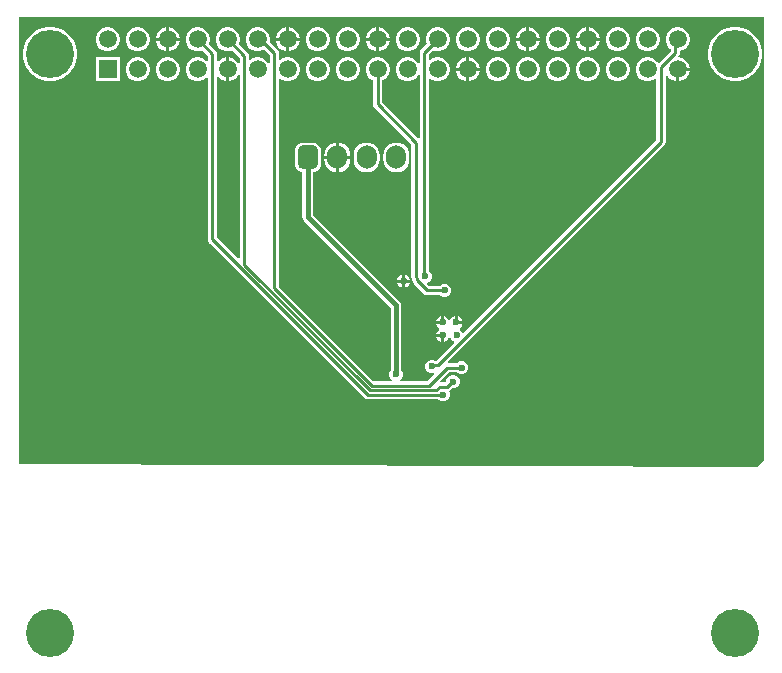
<source format=gbl>
G04*
G04 #@! TF.GenerationSoftware,Altium Limited,Altium Designer,21.2.0 (30)*
G04*
G04 Layer_Physical_Order=2*
G04 Layer_Color=16711680*
%FSLAX25Y25*%
%MOIN*%
G70*
G04*
G04 #@! TF.SameCoordinates,14206FE4-1D31-4024-8575-2447F3C89696*
G04*
G04*
G04 #@! TF.FilePolarity,Positive*
G04*
G01*
G75*
%ADD13C,0.01000*%
%ADD46C,0.01500*%
%ADD48C,0.05906*%
%ADD49R,0.05906X0.05906*%
%ADD50C,0.16000*%
%ADD51O,0.06693X0.07874*%
G04:AMPARAMS|DCode=52|XSize=66.93mil|YSize=78.74mil|CornerRadius=16.73mil|HoleSize=0mil|Usage=FLASHONLY|Rotation=0.000|XOffset=0mil|YOffset=0mil|HoleType=Round|Shape=RoundedRectangle|*
%AMROUNDEDRECTD52*
21,1,0.06693,0.04528,0,0,0.0*
21,1,0.03347,0.07874,0,0,0.0*
1,1,0.03346,0.01673,-0.02264*
1,1,0.03346,-0.01673,-0.02264*
1,1,0.03346,-0.01673,0.02264*
1,1,0.03346,0.01673,0.02264*
%
%ADD52ROUNDEDRECTD52*%
%ADD53C,0.02362*%
G36*
X3800Y217900D02*
X251400D01*
Y70300D01*
X249000Y67900D01*
X3000Y69000D01*
Y217900D01*
X3400Y218300D01*
X3800Y217900D01*
D02*
G37*
%LPC*%
G36*
X193194Y214453D02*
X193173D01*
Y211000D01*
X196626D01*
Y211020D01*
X196357Y212026D01*
X195836Y212927D01*
X195100Y213663D01*
X194199Y214183D01*
X193194Y214453D01*
D02*
G37*
G36*
X192173D02*
X192153D01*
X191147Y214183D01*
X190246Y213663D01*
X189510Y212927D01*
X188990Y212026D01*
X188721Y211020D01*
Y211000D01*
X192173D01*
Y214453D01*
D02*
G37*
G36*
X173194D02*
X173173D01*
Y211000D01*
X176626D01*
Y211020D01*
X176357Y212026D01*
X175836Y212927D01*
X175100Y213663D01*
X174199Y214183D01*
X173194Y214453D01*
D02*
G37*
G36*
X172173D02*
X172153D01*
X171148Y214183D01*
X170246Y213663D01*
X169510Y212927D01*
X168990Y212026D01*
X168720Y211020D01*
Y211000D01*
X172173D01*
Y214453D01*
D02*
G37*
G36*
X123194D02*
X123173D01*
Y211000D01*
X126626D01*
Y211020D01*
X126357Y212026D01*
X125836Y212927D01*
X125100Y213663D01*
X124199Y214183D01*
X123194Y214453D01*
D02*
G37*
G36*
X122173D02*
X122153D01*
X121148Y214183D01*
X120246Y213663D01*
X119510Y212927D01*
X118990Y212026D01*
X118720Y211020D01*
Y211000D01*
X122173D01*
Y214453D01*
D02*
G37*
G36*
X93194D02*
X93173D01*
Y211000D01*
X96626D01*
Y211020D01*
X96357Y212026D01*
X95836Y212927D01*
X95100Y213663D01*
X94199Y214183D01*
X93194Y214453D01*
D02*
G37*
G36*
X92173D02*
X92153D01*
X91148Y214183D01*
X90246Y213663D01*
X89510Y212927D01*
X88990Y212026D01*
X88721Y211020D01*
Y211000D01*
X92173D01*
Y214453D01*
D02*
G37*
G36*
X53194D02*
X53173D01*
Y211000D01*
X56626D01*
Y211020D01*
X56357Y212026D01*
X55836Y212927D01*
X55100Y213663D01*
X54199Y214183D01*
X53194Y214453D01*
D02*
G37*
G36*
X52173D02*
X52153D01*
X51148Y214183D01*
X50246Y213663D01*
X49510Y212927D01*
X48990Y212026D01*
X48720Y211020D01*
Y211000D01*
X52173D01*
Y214453D01*
D02*
G37*
G36*
X213194D02*
X212153D01*
X211147Y214183D01*
X210246Y213663D01*
X209510Y212927D01*
X208990Y212026D01*
X208720Y211020D01*
Y209980D01*
X208990Y208974D01*
X209510Y208073D01*
X210246Y207337D01*
X211147Y206817D01*
X212153Y206547D01*
X213194D01*
X214199Y206817D01*
X215100Y207337D01*
X215836Y208073D01*
X216357Y208974D01*
X216626Y209980D01*
Y211020D01*
X216357Y212026D01*
X215836Y212927D01*
X215100Y213663D01*
X214199Y214183D01*
X213194Y214453D01*
D02*
G37*
G36*
X203194D02*
X202153D01*
X201148Y214183D01*
X200246Y213663D01*
X199510Y212927D01*
X198990Y212026D01*
X198721Y211020D01*
Y209980D01*
X198990Y208974D01*
X199510Y208073D01*
X200246Y207337D01*
X201148Y206817D01*
X202153Y206547D01*
X203194D01*
X204199Y206817D01*
X205100Y207337D01*
X205836Y208073D01*
X206357Y208974D01*
X206626Y209980D01*
Y211020D01*
X206357Y212026D01*
X205836Y212927D01*
X205100Y213663D01*
X204199Y214183D01*
X203194Y214453D01*
D02*
G37*
G36*
X196626Y210000D02*
X193173D01*
Y206547D01*
X193194D01*
X194199Y206817D01*
X195100Y207337D01*
X195836Y208073D01*
X196357Y208974D01*
X196626Y209980D01*
Y210000D01*
D02*
G37*
G36*
X192173D02*
X188721D01*
Y209980D01*
X188990Y208974D01*
X189510Y208073D01*
X190246Y207337D01*
X191147Y206817D01*
X192153Y206547D01*
X192173D01*
Y210000D01*
D02*
G37*
G36*
X183194Y214453D02*
X182153D01*
X181148Y214183D01*
X180246Y213663D01*
X179510Y212927D01*
X178990Y212026D01*
X178720Y211020D01*
Y209980D01*
X178990Y208974D01*
X179510Y208073D01*
X180246Y207337D01*
X181148Y206817D01*
X182153Y206547D01*
X183194D01*
X184199Y206817D01*
X185100Y207337D01*
X185836Y208073D01*
X186357Y208974D01*
X186626Y209980D01*
Y211020D01*
X186357Y212026D01*
X185836Y212927D01*
X185100Y213663D01*
X184199Y214183D01*
X183194Y214453D01*
D02*
G37*
G36*
X176626Y210000D02*
X173173D01*
Y206547D01*
X173194D01*
X174199Y206817D01*
X175100Y207337D01*
X175836Y208073D01*
X176357Y208974D01*
X176626Y209980D01*
Y210000D01*
D02*
G37*
G36*
X172173D02*
X168720D01*
Y209980D01*
X168990Y208974D01*
X169510Y208073D01*
X170246Y207337D01*
X171148Y206817D01*
X172153Y206547D01*
X172173D01*
Y210000D01*
D02*
G37*
G36*
X163194Y214453D02*
X162153D01*
X161147Y214183D01*
X160246Y213663D01*
X159510Y212927D01*
X158990Y212026D01*
X158721Y211020D01*
Y209980D01*
X158990Y208974D01*
X159510Y208073D01*
X160246Y207337D01*
X161147Y206817D01*
X162153Y206547D01*
X163194D01*
X164199Y206817D01*
X165100Y207337D01*
X165836Y208073D01*
X166357Y208974D01*
X166626Y209980D01*
Y211020D01*
X166357Y212026D01*
X165836Y212927D01*
X165100Y213663D01*
X164199Y214183D01*
X163194Y214453D01*
D02*
G37*
G36*
X153194D02*
X152153D01*
X151147Y214183D01*
X150246Y213663D01*
X149510Y212927D01*
X148990Y212026D01*
X148721Y211020D01*
Y209980D01*
X148990Y208974D01*
X149510Y208073D01*
X150246Y207337D01*
X151147Y206817D01*
X152153Y206547D01*
X153194D01*
X154199Y206817D01*
X155100Y207337D01*
X155836Y208073D01*
X156357Y208974D01*
X156626Y209980D01*
Y211020D01*
X156357Y212026D01*
X155836Y212927D01*
X155100Y213663D01*
X154199Y214183D01*
X153194Y214453D01*
D02*
G37*
G36*
X143194D02*
X142153D01*
X141147Y214183D01*
X140246Y213663D01*
X139510Y212927D01*
X138990Y212026D01*
X138721Y211020D01*
Y209980D01*
X138989Y208978D01*
X137139Y207129D01*
X136808Y206632D01*
X136691Y206047D01*
Y202446D01*
X136191Y202312D01*
X135836Y202927D01*
X135100Y203663D01*
X134199Y204183D01*
X133194Y204453D01*
X132153D01*
X131148Y204183D01*
X130246Y203663D01*
X129510Y202927D01*
X128990Y202026D01*
X128720Y201020D01*
Y199980D01*
X128990Y198974D01*
X129510Y198073D01*
X130246Y197337D01*
X131148Y196817D01*
X132153Y196547D01*
X133194D01*
X134199Y196817D01*
X135100Y197337D01*
X135836Y198073D01*
X136191Y198688D01*
X136691Y198554D01*
Y177652D01*
X136191Y177445D01*
X124203Y189433D01*
Y196819D01*
X125100Y197337D01*
X125836Y198073D01*
X126357Y198974D01*
X126626Y199980D01*
Y201020D01*
X126357Y202026D01*
X125836Y202927D01*
X125100Y203663D01*
X124199Y204183D01*
X123194Y204453D01*
X122153D01*
X121148Y204183D01*
X120246Y203663D01*
X119510Y202927D01*
X118990Y202026D01*
X118720Y201020D01*
Y199980D01*
X118990Y198974D01*
X119510Y198073D01*
X120246Y197337D01*
X121144Y196819D01*
Y188800D01*
X121260Y188214D01*
X121592Y187718D01*
X133871Y175439D01*
Y131323D01*
X133987Y130737D01*
X134283Y130295D01*
Y130100D01*
X134399Y129515D01*
X134731Y129019D01*
X138031Y125719D01*
X138527Y125387D01*
X139112Y125271D01*
X143425D01*
X143745Y124951D01*
X144546Y124619D01*
X145414D01*
X146216Y124951D01*
X146829Y125565D01*
X147161Y126366D01*
Y127234D01*
X146829Y128035D01*
X146216Y128649D01*
X145414Y128981D01*
X144546D01*
X143745Y128649D01*
X143425Y128329D01*
X139746D01*
X139240Y128835D01*
X139357Y129425D01*
X139682Y129560D01*
X140296Y130174D01*
X140628Y130975D01*
Y131843D01*
X140296Y132645D01*
X139750Y133190D01*
Y197180D01*
X140212Y197371D01*
X140246Y197337D01*
X141147Y196817D01*
X142153Y196547D01*
X143194D01*
X144199Y196817D01*
X145100Y197337D01*
X145836Y198073D01*
X146357Y198974D01*
X146626Y199980D01*
Y201020D01*
X146357Y202026D01*
X145836Y202927D01*
X145100Y203663D01*
X144199Y204183D01*
X143194Y204453D01*
X142153D01*
X141147Y204183D01*
X140246Y203663D01*
X140212Y203629D01*
X139750Y203820D01*
Y205414D01*
X141152Y206816D01*
X142153Y206547D01*
X143194D01*
X144199Y206817D01*
X145100Y207337D01*
X145836Y208073D01*
X146357Y208974D01*
X146626Y209980D01*
Y211020D01*
X146357Y212026D01*
X145836Y212927D01*
X145100Y213663D01*
X144199Y214183D01*
X143194Y214453D01*
D02*
G37*
G36*
X133194D02*
X132153D01*
X131148Y214183D01*
X130246Y213663D01*
X129510Y212927D01*
X128990Y212026D01*
X128720Y211020D01*
Y209980D01*
X128990Y208974D01*
X129510Y208073D01*
X130246Y207337D01*
X131148Y206817D01*
X132153Y206547D01*
X133194D01*
X134199Y206817D01*
X135100Y207337D01*
X135836Y208073D01*
X136357Y208974D01*
X136626Y209980D01*
Y211020D01*
X136357Y212026D01*
X135836Y212927D01*
X135100Y213663D01*
X134199Y214183D01*
X133194Y214453D01*
D02*
G37*
G36*
X126626Y210000D02*
X123173D01*
Y206547D01*
X123194D01*
X124199Y206817D01*
X125100Y207337D01*
X125836Y208073D01*
X126357Y208974D01*
X126626Y209980D01*
Y210000D01*
D02*
G37*
G36*
X122173D02*
X118720D01*
Y209980D01*
X118990Y208974D01*
X119510Y208073D01*
X120246Y207337D01*
X121148Y206817D01*
X122153Y206547D01*
X122173D01*
Y210000D01*
D02*
G37*
G36*
X113194Y214453D02*
X112153D01*
X111147Y214183D01*
X110246Y213663D01*
X109510Y212927D01*
X108990Y212026D01*
X108721Y211020D01*
Y209980D01*
X108990Y208974D01*
X109510Y208073D01*
X110246Y207337D01*
X111147Y206817D01*
X112153Y206547D01*
X113194D01*
X114199Y206817D01*
X115100Y207337D01*
X115836Y208073D01*
X116357Y208974D01*
X116626Y209980D01*
Y211020D01*
X116357Y212026D01*
X115836Y212927D01*
X115100Y213663D01*
X114199Y214183D01*
X113194Y214453D01*
D02*
G37*
G36*
X103194D02*
X102153D01*
X101147Y214183D01*
X100246Y213663D01*
X99510Y212927D01*
X98990Y212026D01*
X98721Y211020D01*
Y209980D01*
X98990Y208974D01*
X99510Y208073D01*
X100246Y207337D01*
X101147Y206817D01*
X102153Y206547D01*
X103194D01*
X104199Y206817D01*
X105100Y207337D01*
X105836Y208073D01*
X106357Y208974D01*
X106626Y209980D01*
Y211020D01*
X106357Y212026D01*
X105836Y212927D01*
X105100Y213663D01*
X104199Y214183D01*
X103194Y214453D01*
D02*
G37*
G36*
X96626Y210000D02*
X93173D01*
Y206547D01*
X93194D01*
X94199Y206817D01*
X95100Y207337D01*
X95836Y208073D01*
X96357Y208974D01*
X96626Y209980D01*
Y210000D01*
D02*
G37*
G36*
X92173D02*
X88721D01*
Y209980D01*
X88990Y208974D01*
X89510Y208073D01*
X90246Y207337D01*
X91148Y206817D01*
X92153Y206547D01*
X92173D01*
Y210000D01*
D02*
G37*
G36*
X56626D02*
X53173D01*
Y206547D01*
X53194D01*
X54199Y206817D01*
X55100Y207337D01*
X55836Y208073D01*
X56357Y208974D01*
X56626Y209980D01*
Y210000D01*
D02*
G37*
G36*
X52173D02*
X48720D01*
Y209980D01*
X48990Y208974D01*
X49510Y208073D01*
X50246Y207337D01*
X51148Y206817D01*
X52153Y206547D01*
X52173D01*
Y210000D01*
D02*
G37*
G36*
X43194Y214453D02*
X42153D01*
X41148Y214183D01*
X40246Y213663D01*
X39510Y212927D01*
X38990Y212026D01*
X38721Y211020D01*
Y209980D01*
X38990Y208974D01*
X39510Y208073D01*
X40246Y207337D01*
X41148Y206817D01*
X42153Y206547D01*
X43194D01*
X44199Y206817D01*
X45100Y207337D01*
X45836Y208073D01*
X46357Y208974D01*
X46626Y209980D01*
Y211020D01*
X46357Y212026D01*
X45836Y212927D01*
X45100Y213663D01*
X44199Y214183D01*
X43194Y214453D01*
D02*
G37*
G36*
X33194D02*
X32153D01*
X31148Y214183D01*
X30246Y213663D01*
X29510Y212927D01*
X28990Y212026D01*
X28721Y211020D01*
Y209980D01*
X28990Y208974D01*
X29510Y208073D01*
X30246Y207337D01*
X31148Y206817D01*
X32153Y206547D01*
X33194D01*
X34199Y206817D01*
X35100Y207337D01*
X35836Y208073D01*
X36357Y208974D01*
X36626Y209980D01*
Y211020D01*
X36357Y212026D01*
X35836Y212927D01*
X35100Y213663D01*
X34199Y214183D01*
X33194Y214453D01*
D02*
G37*
G36*
X223194D02*
X222153D01*
X221147Y214183D01*
X220246Y213663D01*
X219510Y212927D01*
X218990Y212026D01*
X218721Y211020D01*
Y209980D01*
X218990Y208974D01*
X219510Y208073D01*
X220246Y207337D01*
X220394Y207252D01*
Y206681D01*
X216421Y202708D01*
X215925Y202773D01*
X215836Y202927D01*
X215100Y203663D01*
X214199Y204183D01*
X213194Y204453D01*
X212153D01*
X211147Y204183D01*
X210246Y203663D01*
X209510Y202927D01*
X208990Y202026D01*
X208720Y201020D01*
Y199980D01*
X208990Y198974D01*
X209510Y198073D01*
X210246Y197337D01*
X211147Y196817D01*
X212153Y196547D01*
X213194D01*
X214199Y196817D01*
X215100Y197337D01*
X215135Y197371D01*
X215597Y197180D01*
Y176799D01*
X151434Y112636D01*
X150943Y112733D01*
X150818Y113036D01*
X150204Y113649D01*
X150047Y113714D01*
X150036Y114251D01*
X150649Y114865D01*
X150954Y115600D01*
X148800D01*
Y116100D01*
X148300D01*
Y118254D01*
X147564Y117949D01*
X146951Y117335D01*
X146821Y117021D01*
X146279D01*
X146149Y117335D01*
X145536Y117949D01*
X144800Y118254D01*
Y116100D01*
X144300D01*
Y115600D01*
X142146D01*
X142451Y114865D01*
X143064Y114251D01*
X143187Y114200D01*
Y113700D01*
X143064Y113649D01*
X142451Y113036D01*
X142146Y112300D01*
X144300D01*
Y111800D01*
X144800D01*
Y109646D01*
X145536Y109951D01*
X146149Y110564D01*
X146364Y111083D01*
X146905D01*
X147120Y110564D01*
X147733Y109951D01*
X148036Y109826D01*
X148133Y109335D01*
X142091Y103293D01*
X142035Y103349D01*
X141234Y103681D01*
X140366D01*
X139565Y103349D01*
X138951Y102735D01*
X138619Y101934D01*
Y101066D01*
X138951Y100265D01*
X139565Y99651D01*
X140366Y99319D01*
X141149D01*
X141315Y99085D01*
X141394Y98857D01*
X139067Y96529D01*
X130267D01*
X130196Y96659D01*
X130114Y97029D01*
X130649Y97565D01*
X130981Y98366D01*
Y99234D01*
X130649Y100036D01*
X130584Y100100D01*
Y121800D01*
X130448Y122483D01*
X130062Y123062D01*
X101142Y151982D01*
Y166155D01*
X101729Y166232D01*
X102379Y166501D01*
X102937Y166930D01*
X103366Y167488D01*
X103635Y168138D01*
X103727Y168836D01*
Y173364D01*
X103635Y174062D01*
X103366Y174712D01*
X102937Y175270D01*
X102379Y175699D01*
X101729Y175968D01*
X101031Y176060D01*
X97684D01*
X96986Y175968D01*
X96336Y175699D01*
X95778Y175270D01*
X95349Y174712D01*
X95080Y174062D01*
X94988Y173364D01*
Y168836D01*
X95080Y168138D01*
X95349Y167488D01*
X95778Y166930D01*
X96336Y166501D01*
X96986Y166232D01*
X97573Y166155D01*
Y151242D01*
X97709Y150560D01*
X98096Y149981D01*
X127016Y121061D01*
Y100100D01*
X126951Y100036D01*
X126619Y99234D01*
Y98366D01*
X126951Y97565D01*
X127486Y97029D01*
X127404Y96659D01*
X127333Y96529D01*
X121276D01*
X89750Y128056D01*
Y197180D01*
X90212Y197371D01*
X90246Y197337D01*
X91148Y196817D01*
X92153Y196547D01*
X93194D01*
X94199Y196817D01*
X95100Y197337D01*
X95836Y198073D01*
X96357Y198974D01*
X96626Y199980D01*
Y201020D01*
X96357Y202026D01*
X95836Y202927D01*
X95100Y203663D01*
X94199Y204183D01*
X93194Y204453D01*
X92153D01*
X91148Y204183D01*
X90246Y203663D01*
X90212Y203629D01*
X89750Y203820D01*
Y205879D01*
X89633Y206465D01*
X89302Y206961D01*
X86554Y209709D01*
X86626Y209980D01*
Y211020D01*
X86357Y212026D01*
X85836Y212927D01*
X85100Y213663D01*
X84199Y214183D01*
X83194Y214453D01*
X82153D01*
X81147Y214183D01*
X80246Y213663D01*
X79510Y212927D01*
X78990Y212026D01*
X78720Y211020D01*
Y209980D01*
X78990Y208974D01*
X79510Y208073D01*
X80246Y207337D01*
X81147Y206817D01*
X82153Y206547D01*
X83194D01*
X84199Y206817D01*
X84783Y207154D01*
X86691Y205246D01*
Y202446D01*
X86191Y202312D01*
X85836Y202927D01*
X85100Y203663D01*
X84199Y204183D01*
X83194Y204453D01*
X82153D01*
X81147Y204183D01*
X80246Y203663D01*
X80212Y203629D01*
X79750Y203820D01*
Y204953D01*
X79633Y205538D01*
X79302Y206034D01*
X76358Y208978D01*
X76626Y209980D01*
Y211020D01*
X76357Y212026D01*
X75836Y212927D01*
X75100Y213663D01*
X74199Y214183D01*
X73194Y214453D01*
X72153D01*
X71148Y214183D01*
X70246Y213663D01*
X69510Y212927D01*
X68990Y212026D01*
X68721Y211020D01*
Y209980D01*
X68990Y208974D01*
X69510Y208073D01*
X70246Y207337D01*
X71148Y206817D01*
X72153Y206547D01*
X73194D01*
X74195Y206816D01*
X76691Y204319D01*
Y202446D01*
X76191Y202312D01*
X75836Y202927D01*
X75100Y203663D01*
X74199Y204183D01*
X73194Y204453D01*
X73173D01*
Y200500D01*
Y196547D01*
X73194D01*
X74199Y196817D01*
X75100Y197337D01*
X75836Y198073D01*
X76191Y198688D01*
X76691Y198554D01*
Y137525D01*
X76229Y137334D01*
X69129Y144433D01*
Y197785D01*
X69629Y197954D01*
X70246Y197337D01*
X71148Y196817D01*
X72153Y196547D01*
X72173D01*
Y200500D01*
Y204453D01*
X72153D01*
X71148Y204183D01*
X70246Y203663D01*
X69629Y203046D01*
X69129Y203215D01*
Y205573D01*
X69013Y206158D01*
X68681Y206655D01*
X66358Y208978D01*
X66626Y209980D01*
Y211020D01*
X66357Y212026D01*
X65836Y212927D01*
X65100Y213663D01*
X64199Y214183D01*
X63194Y214453D01*
X62153D01*
X61147Y214183D01*
X60246Y213663D01*
X59510Y212927D01*
X58990Y212026D01*
X58720Y211020D01*
Y209980D01*
X58990Y208974D01*
X59510Y208073D01*
X60246Y207337D01*
X61147Y206817D01*
X62153Y206547D01*
X63194D01*
X64195Y206816D01*
X66071Y204940D01*
Y203400D01*
X65571Y203193D01*
X65100Y203663D01*
X64199Y204183D01*
X63194Y204453D01*
X62153D01*
X61147Y204183D01*
X60246Y203663D01*
X59510Y202927D01*
X58990Y202026D01*
X58720Y201020D01*
Y199980D01*
X58990Y198974D01*
X59510Y198073D01*
X60246Y197337D01*
X61147Y196817D01*
X62153Y196547D01*
X63194D01*
X64199Y196817D01*
X65100Y197337D01*
X65571Y197807D01*
X66071Y197600D01*
Y143800D01*
X66187Y143215D01*
X66519Y142719D01*
X118319Y90919D01*
X118815Y90587D01*
X119400Y90471D01*
X142945D01*
X143264Y90151D01*
X144066Y89819D01*
X144934D01*
X145736Y90151D01*
X146349Y90764D01*
X146681Y91566D01*
Y92434D01*
X146349Y93235D01*
X146355Y93297D01*
X146809Y93600D01*
X147428Y94219D01*
X148234D01*
X149036Y94551D01*
X149649Y95165D01*
X149981Y95966D01*
Y96834D01*
X149649Y97636D01*
X149036Y98249D01*
X148234Y98581D01*
X147366D01*
X146564Y98249D01*
X145951Y97636D01*
X145619Y96834D01*
Y96736D01*
X145094Y96210D01*
X143781D01*
X143573Y96710D01*
X146334Y99471D01*
X149145D01*
X149464Y99151D01*
X150266Y98819D01*
X151134D01*
X151936Y99151D01*
X152549Y99765D01*
X152881Y100566D01*
Y101434D01*
X152549Y102235D01*
X151936Y102849D01*
X151134Y103181D01*
X150266D01*
X149464Y102849D01*
X149145Y102529D01*
X146360D01*
X146153Y103029D01*
X218207Y175084D01*
X218539Y175580D01*
X218655Y176165D01*
Y198554D01*
X219155Y198688D01*
X219510Y198073D01*
X220246Y197337D01*
X221147Y196817D01*
X222153Y196547D01*
X222173D01*
Y200500D01*
X222673D01*
Y201000D01*
X226626D01*
Y201020D01*
X226357Y202026D01*
X225836Y202927D01*
X225100Y203663D01*
X224199Y204183D01*
X223194Y204453D01*
X223145D01*
X222954Y204915D01*
X223005Y204966D01*
X223336Y205462D01*
X223453Y206047D01*
Y206617D01*
X224199Y206817D01*
X225100Y207337D01*
X225836Y208073D01*
X226357Y208974D01*
X226626Y209980D01*
Y211020D01*
X226357Y212026D01*
X225836Y212927D01*
X225100Y213663D01*
X224199Y214183D01*
X223194Y214453D01*
D02*
G37*
G36*
X153194Y204453D02*
X153173D01*
Y201000D01*
X156626D01*
Y201020D01*
X156357Y202026D01*
X155836Y202927D01*
X155100Y203663D01*
X154199Y204183D01*
X153194Y204453D01*
D02*
G37*
G36*
X152173D02*
X152153D01*
X151147Y204183D01*
X150246Y203663D01*
X149510Y202927D01*
X148990Y202026D01*
X148721Y201020D01*
Y201000D01*
X152173D01*
Y204453D01*
D02*
G37*
G36*
X226626Y200000D02*
X223173D01*
Y196547D01*
X223194D01*
X224199Y196817D01*
X225100Y197337D01*
X225836Y198073D01*
X226357Y198974D01*
X226626Y199980D01*
Y200000D01*
D02*
G37*
G36*
X203194Y204453D02*
X202153D01*
X201148Y204183D01*
X200246Y203663D01*
X199510Y202927D01*
X198990Y202026D01*
X198721Y201020D01*
Y199980D01*
X198990Y198974D01*
X199510Y198073D01*
X200246Y197337D01*
X201148Y196817D01*
X202153Y196547D01*
X203194D01*
X204199Y196817D01*
X205100Y197337D01*
X205836Y198073D01*
X206357Y198974D01*
X206626Y199980D01*
Y201020D01*
X206357Y202026D01*
X205836Y202927D01*
X205100Y203663D01*
X204199Y204183D01*
X203194Y204453D01*
D02*
G37*
G36*
X193194D02*
X192153D01*
X191147Y204183D01*
X190246Y203663D01*
X189510Y202927D01*
X188990Y202026D01*
X188721Y201020D01*
Y199980D01*
X188990Y198974D01*
X189510Y198073D01*
X190246Y197337D01*
X191147Y196817D01*
X192153Y196547D01*
X193194D01*
X194199Y196817D01*
X195100Y197337D01*
X195836Y198073D01*
X196357Y198974D01*
X196626Y199980D01*
Y201020D01*
X196357Y202026D01*
X195836Y202927D01*
X195100Y203663D01*
X194199Y204183D01*
X193194Y204453D01*
D02*
G37*
G36*
X183194D02*
X182153D01*
X181148Y204183D01*
X180246Y203663D01*
X179510Y202927D01*
X178990Y202026D01*
X178720Y201020D01*
Y199980D01*
X178990Y198974D01*
X179510Y198073D01*
X180246Y197337D01*
X181148Y196817D01*
X182153Y196547D01*
X183194D01*
X184199Y196817D01*
X185100Y197337D01*
X185836Y198073D01*
X186357Y198974D01*
X186626Y199980D01*
Y201020D01*
X186357Y202026D01*
X185836Y202927D01*
X185100Y203663D01*
X184199Y204183D01*
X183194Y204453D01*
D02*
G37*
G36*
X173194D02*
X172153D01*
X171148Y204183D01*
X170246Y203663D01*
X169510Y202927D01*
X168990Y202026D01*
X168720Y201020D01*
Y199980D01*
X168990Y198974D01*
X169510Y198073D01*
X170246Y197337D01*
X171148Y196817D01*
X172153Y196547D01*
X173194D01*
X174199Y196817D01*
X175100Y197337D01*
X175836Y198073D01*
X176357Y198974D01*
X176626Y199980D01*
Y201020D01*
X176357Y202026D01*
X175836Y202927D01*
X175100Y203663D01*
X174199Y204183D01*
X173194Y204453D01*
D02*
G37*
G36*
X163194D02*
X162153D01*
X161147Y204183D01*
X160246Y203663D01*
X159510Y202927D01*
X158990Y202026D01*
X158721Y201020D01*
Y199980D01*
X158990Y198974D01*
X159510Y198073D01*
X160246Y197337D01*
X161147Y196817D01*
X162153Y196547D01*
X163194D01*
X164199Y196817D01*
X165100Y197337D01*
X165836Y198073D01*
X166357Y198974D01*
X166626Y199980D01*
Y201020D01*
X166357Y202026D01*
X165836Y202927D01*
X165100Y203663D01*
X164199Y204183D01*
X163194Y204453D01*
D02*
G37*
G36*
X156626Y200000D02*
X153173D01*
Y196547D01*
X153194D01*
X154199Y196817D01*
X155100Y197337D01*
X155836Y198073D01*
X156357Y198974D01*
X156626Y199980D01*
Y200000D01*
D02*
G37*
G36*
X152173D02*
X148721D01*
Y199980D01*
X148990Y198974D01*
X149510Y198073D01*
X150246Y197337D01*
X151147Y196817D01*
X152153Y196547D01*
X152173D01*
Y200000D01*
D02*
G37*
G36*
X113194Y204453D02*
X112153D01*
X111147Y204183D01*
X110246Y203663D01*
X109510Y202927D01*
X108990Y202026D01*
X108721Y201020D01*
Y199980D01*
X108990Y198974D01*
X109510Y198073D01*
X110246Y197337D01*
X111147Y196817D01*
X112153Y196547D01*
X113194D01*
X114199Y196817D01*
X115100Y197337D01*
X115836Y198073D01*
X116357Y198974D01*
X116626Y199980D01*
Y201020D01*
X116357Y202026D01*
X115836Y202927D01*
X115100Y203663D01*
X114199Y204183D01*
X113194Y204453D01*
D02*
G37*
G36*
X103194D02*
X102153D01*
X101147Y204183D01*
X100246Y203663D01*
X99510Y202927D01*
X98990Y202026D01*
X98721Y201020D01*
Y199980D01*
X98990Y198974D01*
X99510Y198073D01*
X100246Y197337D01*
X101147Y196817D01*
X102153Y196547D01*
X103194D01*
X104199Y196817D01*
X105100Y197337D01*
X105836Y198073D01*
X106357Y198974D01*
X106626Y199980D01*
Y201020D01*
X106357Y202026D01*
X105836Y202927D01*
X105100Y203663D01*
X104199Y204183D01*
X103194Y204453D01*
D02*
G37*
G36*
X53194D02*
X52153D01*
X51148Y204183D01*
X50246Y203663D01*
X49510Y202927D01*
X48990Y202026D01*
X48720Y201020D01*
Y199980D01*
X48990Y198974D01*
X49510Y198073D01*
X50246Y197337D01*
X51148Y196817D01*
X52153Y196547D01*
X53194D01*
X54199Y196817D01*
X55100Y197337D01*
X55836Y198073D01*
X56357Y198974D01*
X56626Y199980D01*
Y201020D01*
X56357Y202026D01*
X55836Y202927D01*
X55100Y203663D01*
X54199Y204183D01*
X53194Y204453D01*
D02*
G37*
G36*
X43194D02*
X42153D01*
X41148Y204183D01*
X40246Y203663D01*
X39510Y202927D01*
X38990Y202026D01*
X38721Y201020D01*
Y199980D01*
X38990Y198974D01*
X39510Y198073D01*
X40246Y197337D01*
X41148Y196817D01*
X42153Y196547D01*
X43194D01*
X44199Y196817D01*
X45100Y197337D01*
X45836Y198073D01*
X46357Y198974D01*
X46626Y199980D01*
Y201020D01*
X46357Y202026D01*
X45836Y202927D01*
X45100Y203663D01*
X44199Y204183D01*
X43194Y204453D01*
D02*
G37*
G36*
X36626D02*
X28721D01*
Y196547D01*
X36626D01*
Y204453D01*
D02*
G37*
G36*
X242733Y214500D02*
X240960D01*
X239221Y214154D01*
X237583Y213476D01*
X236109Y212491D01*
X234856Y211237D01*
X233871Y209763D01*
X233192Y208125D01*
X232846Y206386D01*
Y204614D01*
X233192Y202875D01*
X233871Y201237D01*
X234856Y199763D01*
X236109Y198509D01*
X237583Y197524D01*
X239221Y196846D01*
X240960Y196500D01*
X242733D01*
X244472Y196846D01*
X246110Y197524D01*
X247584Y198509D01*
X248837Y199763D01*
X249822Y201237D01*
X250501Y202875D01*
X250847Y204614D01*
Y206386D01*
X250501Y208125D01*
X249822Y209763D01*
X248837Y211237D01*
X247584Y212491D01*
X246110Y213476D01*
X244472Y214154D01*
X242733Y214500D01*
D02*
G37*
G36*
X14386D02*
X12614D01*
X10875Y214154D01*
X9237Y213476D01*
X7763Y212491D01*
X6509Y211237D01*
X5524Y209763D01*
X4846Y208125D01*
X4500Y206386D01*
Y204614D01*
X4846Y202875D01*
X5524Y201237D01*
X6509Y199763D01*
X7763Y198509D01*
X9237Y197524D01*
X10875Y196846D01*
X12614Y196500D01*
X14386D01*
X16125Y196846D01*
X17763Y197524D01*
X19237Y198509D01*
X20491Y199763D01*
X21476Y201237D01*
X22154Y202875D01*
X22500Y204614D01*
Y206386D01*
X22154Y208125D01*
X21476Y209763D01*
X20491Y211237D01*
X19237Y212491D01*
X17763Y213476D01*
X16125Y214154D01*
X14386Y214500D01*
D02*
G37*
G36*
X109700Y176009D02*
Y171600D01*
X113584D01*
Y171691D01*
X113435Y172825D01*
X112997Y173882D01*
X112300Y174791D01*
X111392Y175487D01*
X110335Y175925D01*
X109700Y176009D01*
D02*
G37*
G36*
X108700D02*
X108065Y175925D01*
X107008Y175487D01*
X106100Y174791D01*
X105403Y173882D01*
X104965Y172825D01*
X104816Y171691D01*
Y171600D01*
X108700D01*
Y176009D01*
D02*
G37*
G36*
X113584Y170600D02*
X109700D01*
Y166191D01*
X110335Y166275D01*
X111392Y166713D01*
X112300Y167410D01*
X112997Y168317D01*
X113435Y169375D01*
X113584Y170509D01*
Y170600D01*
D02*
G37*
G36*
X108700D02*
X104816D01*
Y170509D01*
X104965Y169375D01*
X105403Y168317D01*
X106100Y167410D01*
X107008Y166713D01*
X108065Y166275D01*
X108700Y166191D01*
Y170600D01*
D02*
G37*
G36*
X128885Y176075D02*
X127750Y175925D01*
X126693Y175487D01*
X125785Y174791D01*
X125088Y173882D01*
X124651Y172825D01*
X124501Y171691D01*
Y170509D01*
X124651Y169375D01*
X125088Y168317D01*
X125785Y167410D01*
X126693Y166713D01*
X127750Y166275D01*
X128885Y166126D01*
X130020Y166275D01*
X131077Y166713D01*
X131985Y167410D01*
X132682Y168317D01*
X133120Y169375D01*
X133269Y170509D01*
Y171691D01*
X133120Y172825D01*
X132682Y173882D01*
X131985Y174791D01*
X131077Y175487D01*
X130020Y175925D01*
X128885Y176075D01*
D02*
G37*
G36*
X119043D02*
X117908Y175925D01*
X116850Y175487D01*
X115943Y174791D01*
X115246Y173882D01*
X114808Y172825D01*
X114659Y171691D01*
Y170509D01*
X114808Y169375D01*
X115246Y168317D01*
X115943Y167410D01*
X116850Y166713D01*
X117908Y166275D01*
X119043Y166126D01*
X120177Y166275D01*
X121235Y166713D01*
X122143Y167410D01*
X122839Y168317D01*
X123277Y169375D01*
X123426Y170509D01*
Y171691D01*
X123277Y172825D01*
X122839Y173882D01*
X122143Y174791D01*
X121235Y175487D01*
X120177Y175925D01*
X119043Y176075D01*
D02*
G37*
G36*
X131800Y132054D02*
Y130400D01*
X133454D01*
X133149Y131135D01*
X132536Y131749D01*
X131800Y132054D01*
D02*
G37*
G36*
X130800D02*
X130064Y131749D01*
X129451Y131135D01*
X129146Y130400D01*
X130800D01*
Y132054D01*
D02*
G37*
G36*
X133454Y129400D02*
X131800D01*
Y127746D01*
X132536Y128051D01*
X133149Y128665D01*
X133454Y129400D01*
D02*
G37*
G36*
X130800D02*
X129146D01*
X129451Y128665D01*
X130064Y128051D01*
X130800Y127746D01*
Y129400D01*
D02*
G37*
G36*
X149300Y118254D02*
Y116600D01*
X150954D01*
X150649Y117335D01*
X150036Y117949D01*
X149300Y118254D01*
D02*
G37*
G36*
X143800D02*
X143064Y117949D01*
X142451Y117335D01*
X142146Y116600D01*
X143800D01*
Y118254D01*
D02*
G37*
G36*
Y111300D02*
X142146D01*
X142451Y110564D01*
X143064Y109951D01*
X143800Y109646D01*
Y111300D01*
D02*
G37*
%LPD*%
D13*
X135400Y131323D02*
Y176073D01*
Y131323D02*
X135812Y130911D01*
X138221Y131635D02*
Y206047D01*
X135812Y130100D02*
Y130911D01*
X138221Y131635D02*
X138446Y131409D01*
X135812Y130100D02*
X139112Y126800D01*
X120643Y95000D02*
X139700D01*
X119400Y92000D02*
X144500D01*
X120021Y93500D02*
X142208D01*
X78220Y135301D02*
X120021Y93500D01*
X67600Y143800D02*
Y205573D01*
X142208Y93500D02*
X143389Y94681D01*
X67600Y143800D02*
X119400Y92000D01*
X139700Y95000D02*
X145700Y101000D01*
X78220Y135301D02*
Y204953D01*
X88221Y127422D02*
X120643Y95000D01*
X145700Y101000D02*
X150700D01*
X143389Y94681D02*
X145727D01*
X88221Y127422D02*
Y205879D01*
X83600Y210500D02*
X88221Y205879D01*
X82673Y210500D02*
X83600D01*
X145727Y94681D02*
X147446Y96400D01*
X147800D01*
X72673Y210500D02*
X78220Y204953D01*
X62673Y210500D02*
X67600Y205573D01*
X140800Y101500D02*
X141061Y101761D01*
X142721D02*
X217126Y176165D01*
Y201250D01*
X221923Y206047D01*
Y209750D01*
X222673Y210500D01*
X141061Y101761D02*
X142721D01*
X139112Y126800D02*
X144980D01*
X122673Y188800D02*
X135400Y176073D01*
X138221Y206047D02*
X142673Y210500D01*
X122673Y188800D02*
Y200500D01*
D46*
X128800Y98800D02*
Y121800D01*
X99357Y151242D02*
Y171100D01*
Y151242D02*
X128800Y121800D01*
D48*
X222673Y210500D02*
D03*
Y200500D02*
D03*
X212673Y210500D02*
D03*
Y200500D02*
D03*
X202673Y210500D02*
D03*
Y200500D02*
D03*
X192673Y210500D02*
D03*
Y200500D02*
D03*
X182673Y210500D02*
D03*
Y200500D02*
D03*
X172673Y210500D02*
D03*
Y200500D02*
D03*
X162673Y210500D02*
D03*
Y200500D02*
D03*
X152673Y210500D02*
D03*
Y200500D02*
D03*
X142673Y210500D02*
D03*
Y200500D02*
D03*
X132673Y210500D02*
D03*
Y200500D02*
D03*
X122673Y210500D02*
D03*
Y200500D02*
D03*
X112673Y210500D02*
D03*
Y200500D02*
D03*
X102673Y210500D02*
D03*
Y200500D02*
D03*
X92673Y210500D02*
D03*
Y200500D02*
D03*
X82673Y210500D02*
D03*
Y200500D02*
D03*
X72673Y210500D02*
D03*
Y200500D02*
D03*
X62673Y210500D02*
D03*
Y200500D02*
D03*
X52673Y210500D02*
D03*
Y200500D02*
D03*
X42673Y210500D02*
D03*
Y200500D02*
D03*
X32673Y210500D02*
D03*
D49*
Y200500D02*
D03*
D50*
X241846Y12587D02*
D03*
X13500D02*
D03*
Y205500D02*
D03*
X241846D02*
D03*
D51*
X128885Y171100D02*
D03*
X119043D02*
D03*
X109200D02*
D03*
D52*
X99357D02*
D03*
D53*
X248000Y192000D02*
D03*
X240000Y176000D02*
D03*
X248000Y160000D02*
D03*
X240000Y144000D02*
D03*
X248000Y128000D02*
D03*
X240000Y112000D02*
D03*
X248000Y96000D02*
D03*
X240000Y80000D02*
D03*
X232000Y192000D02*
D03*
X224000Y176000D02*
D03*
X232000Y160000D02*
D03*
X224000Y144000D02*
D03*
X232000Y128000D02*
D03*
X224000Y112000D02*
D03*
X232000Y96000D02*
D03*
X224000Y80000D02*
D03*
X208000Y208000D02*
D03*
Y176000D02*
D03*
X216000Y160000D02*
D03*
X208000Y144000D02*
D03*
X216000Y128000D02*
D03*
X208000Y112000D02*
D03*
X216000Y96000D02*
D03*
X208000Y80000D02*
D03*
X200000Y192000D02*
D03*
X192000Y176000D02*
D03*
Y144000D02*
D03*
X200000Y128000D02*
D03*
X192000Y112000D02*
D03*
X200000Y96000D02*
D03*
X192000Y80000D02*
D03*
X184000Y192000D02*
D03*
X176000Y176000D02*
D03*
X184000Y160000D02*
D03*
X176000Y144000D02*
D03*
X184000Y128000D02*
D03*
X176000Y112000D02*
D03*
X184000Y96000D02*
D03*
X176000Y80000D02*
D03*
X168000Y160000D02*
D03*
X152000Y96000D02*
D03*
X144000Y80000D02*
D03*
X128000Y144000D02*
D03*
Y80000D02*
D03*
X112000D02*
D03*
X104000Y192000D02*
D03*
Y160000D02*
D03*
X96000Y144000D02*
D03*
X104000Y96000D02*
D03*
X96000Y80000D02*
D03*
X80000Y112000D02*
D03*
X88000Y96000D02*
D03*
X80000Y80000D02*
D03*
X72000Y192000D02*
D03*
Y160000D02*
D03*
Y128000D02*
D03*
X64000Y112000D02*
D03*
X72000Y96000D02*
D03*
X64000Y80000D02*
D03*
X48000Y176000D02*
D03*
X56000Y160000D02*
D03*
X48000Y144000D02*
D03*
X56000Y128000D02*
D03*
X48000Y112000D02*
D03*
X56000Y96000D02*
D03*
X48000Y80000D02*
D03*
X40000Y192000D02*
D03*
X32000Y176000D02*
D03*
Y144000D02*
D03*
X40000Y128000D02*
D03*
X32000Y112000D02*
D03*
X40000Y96000D02*
D03*
X32000Y80000D02*
D03*
X24000Y192000D02*
D03*
X16000Y176000D02*
D03*
Y144000D02*
D03*
X24000Y128000D02*
D03*
X16000Y112000D02*
D03*
X24000Y96000D02*
D03*
X16000Y80000D02*
D03*
X131300Y129900D02*
D03*
X138446Y131409D02*
D03*
X128800Y98800D02*
D03*
X150700Y101000D02*
D03*
X147800Y96400D02*
D03*
X140800Y101500D02*
D03*
X144500Y92000D02*
D03*
X144980Y126800D02*
D03*
X144300Y111800D02*
D03*
Y116100D02*
D03*
X148800D02*
D03*
X148969Y111800D02*
D03*
M02*

</source>
